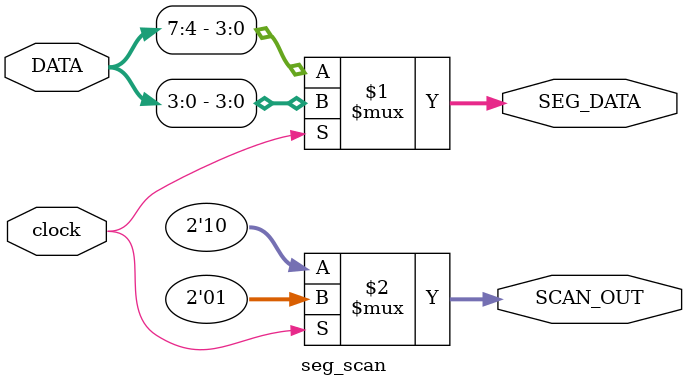
<source format=v>
`timescale 1ns / 1ps


module seg_scan(clock, DATA, SCAN_OUT, SEG_DATA);
    input clock;
    input [7:0] DATA;           // number that will be displayed
    output [1:0] SCAN_OUT;      // used to determine which position to display
    output [3:0] SEG_DATA;      // used to determine which digit to display
    
    assign SEG_DATA = (clock) ? DATA[3:0] : DATA[7:4];
    assign SCAN_OUT = (clock) ? 2'b01 : 2'b10;
endmodule

</source>
